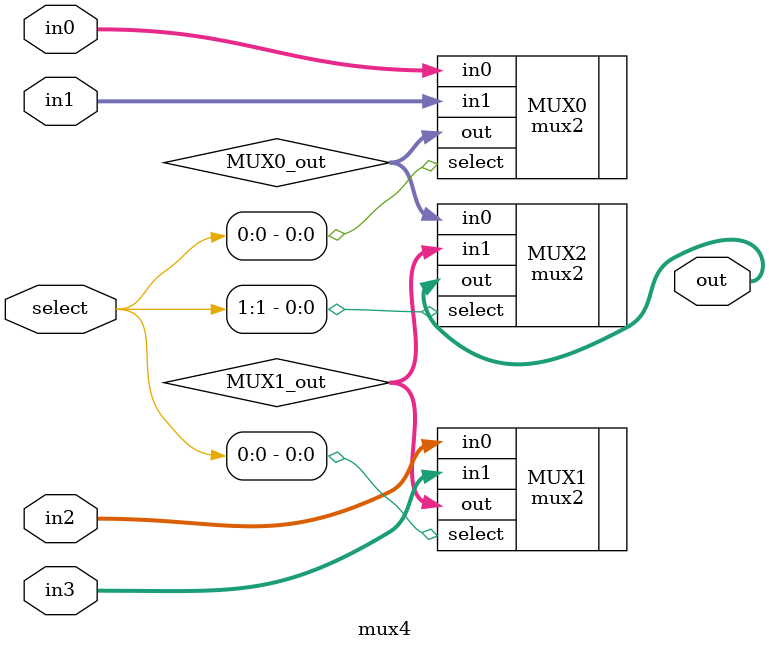
<source format=sv>
	
`timescale 1ns/1ps
`default_nettype none
/*
  Making 32 different inputs is annoying, so I use python:
  print(", ".join([f"in{i:02}" for i in range(32)]))
  The solutions will include comments for where I use python-generated HDL.
*/

module mux4(in0, in1, in2, in3, select, out);
	//parameter definitions
	parameter N = 4;
	//port definitions
	input  wire [N-1:0] in0, in1, in2, in3;
	input  logic [1:0] select;
	output logic [(N-1):0] out;

  // python: print(", ".join([f"in{i:02}" for i in range(32)]))

	wire [N-1:0] MUX0_out, MUX1_out;
	mux2 #(.N(N)) MUX0( 
		.in0(in0), 
		.in1(in1),
		.select(select[0]), 
		.out(MUX0_out));

	mux2 #(.N(N)) MUX1( 
		.in0(in2), 
		.in1(in3),
		.select(select[0]), 
		.out(MUX1_out));

	mux2 #(.N(N)) MUX2( 
		.in0(MUX0_out), 
		.in1(MUX1_out),
		.select(select[1]), 
		.out(out));

endmodule

</source>
